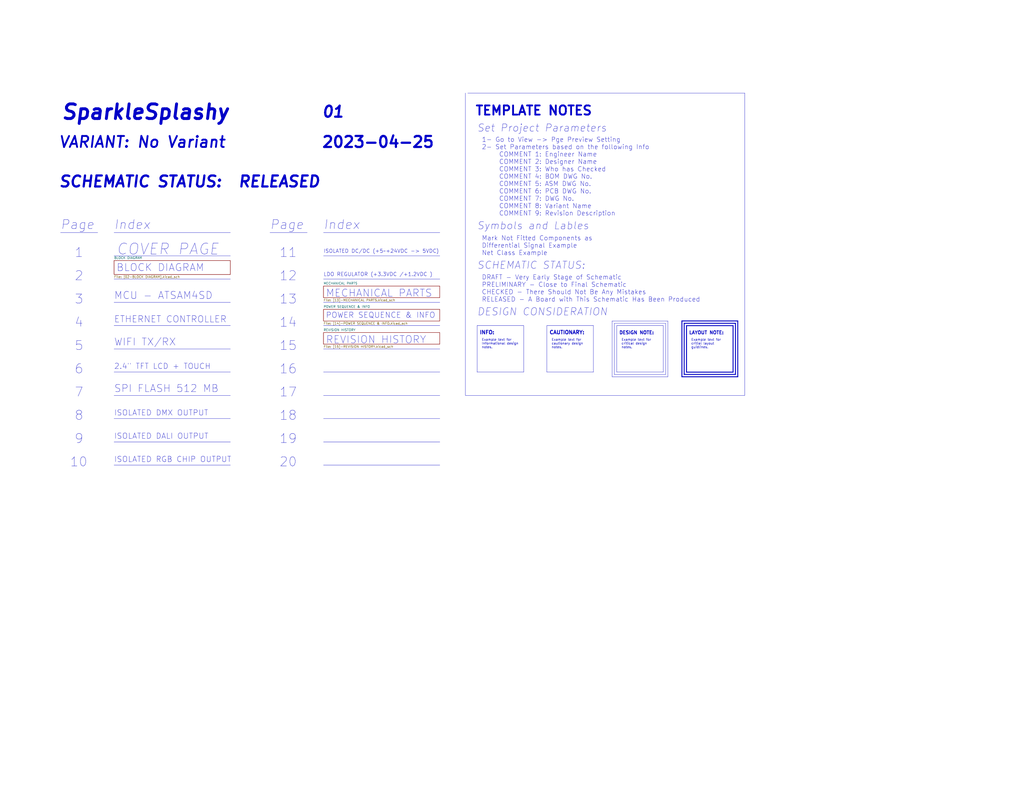
<source format=kicad_sch>
(kicad_sch (version 20230121) (generator eeschema)
  (paper "C")
  (title_block (title "SparkleSplashy") (date "2023-04-25") (rev "01") (company "Siavash Taher Parvar") (comment 1 "Siavash Taher Parvar") (comment 2 "Siavash Taher Parvar") (comment 3 "Siavash Taher Parvar") (comment 4 "_BOM_SpSp_V1.xlsx") (comment 5 "_ASM_SpSp_V1.html") (comment 6 "_GERBER_JLCPCB042023.zip") (comment 8 "No Variant") (comment 9 "N/A"))
  (lib_symbols)
  (polyline (pts (xy 335.28 176.53) (xy 363.22 176.53)))
  (polyline (pts (xy 254 50.8) (xy 254 215.9)))
  (polyline (pts (xy 62.23 177.8) (xy 125.73 177.8)))
  (polyline (pts (xy 176.53 127) (xy 240.03 127)))
  (polyline (pts (xy 400.05 177.8) (xy 400.05 203.2)) (stroke (width 0.5)))
  (polyline (pts (xy 62.23 139.7) (xy 125.73 139.7)))
  (polyline (pts (xy 364.49 175.26) (xy 364.49 205.74)))
  (polyline (pts (xy 260.35 177.8) (xy 260.35 203.2)))
  (polyline (pts (xy 336.55 177.8) (xy 361.95 177.8)))
  (polyline (pts (xy 176.53 254) (xy 240.03 254)))
  (polyline (pts (xy 285.75 177.8) (xy 285.75 203.2)))
  (polyline (pts (xy 176.53 139.7) (xy 240.03 139.7)))
  (polyline (pts (xy 336.55 177.8) (xy 336.55 203.2)))
  (polyline (pts (xy 176.53 228.6) (xy 240.03 228.6)))
  (polyline (pts (xy 372.11 175.26) (xy 402.59 175.26)) (stroke (width 0.5)))
  (polyline (pts (xy 176.53 165.1) (xy 240.03 165.1)))
  (polyline (pts (xy 372.11 205.74) (xy 402.59 205.74)) (stroke (width 0.5)))
  (polyline (pts (xy 373.38 176.53) (xy 401.32 176.53)) (stroke (width 0.5)))
  (polyline (pts (xy 285.75 203.2) (xy 260.35 203.2)))
  (polyline (pts (xy 401.32 176.53) (xy 401.32 204.47)) (stroke (width 0.5)))
  (polyline (pts (xy 361.95 203.2) (xy 336.55 203.2)))
  (polyline (pts (xy 62.23 165.1) (xy 125.73 165.1)))
  (polyline (pts (xy 363.22 176.53) (xy 363.22 204.47)))
  (polyline (pts (xy 62.23 190.5) (xy 125.73 190.5)))
  (polyline (pts (xy 260.35 177.8) (xy 285.75 177.8)))
  (polyline (pts (xy 176.53 152.4) (xy 240.03 152.4)))
  (polyline (pts (xy 298.45 177.8) (xy 298.45 203.2)))
  (polyline (pts (xy 323.85 203.2) (xy 298.45 203.2)))
  (polyline (pts (xy 400.05 203.2) (xy 374.65 203.2)) (stroke (width 0.5)))
  (polyline (pts (xy 335.28 176.53) (xy 335.28 204.47)))
  (polyline (pts (xy 33.02 127) (xy 53.34 127)))
  (polyline (pts (xy 372.11 175.26) (xy 372.11 205.74)) (stroke (width 0.5)))
  (polyline (pts (xy 62.23 241.3) (xy 125.73 241.3)))
  (polyline (pts (xy 176.53 241.3) (xy 240.03 241.3)))
  (polyline (pts (xy 406.4 50.8) (xy 406.4 215.9)))
  (polyline (pts (xy 374.65 177.8) (xy 374.65 203.2)) (stroke (width 0.5)))
  (polyline (pts (xy 62.23 152.4) (xy 125.73 152.4)))
  (polyline (pts (xy 334.01 205.74) (xy 364.49 205.74)))
  (polyline (pts (xy 298.45 177.8) (xy 323.85 177.8)))
  (polyline (pts (xy 176.53 177.8) (xy 240.03 177.8)))
  (polyline (pts (xy 401.32 204.47) (xy 373.38 204.47)) (stroke (width 0.5)))
  (polyline (pts (xy 361.95 177.8) (xy 361.95 203.2)))
  (polyline (pts (xy 373.38 176.53) (xy 373.38 204.47)) (stroke (width 0.5)))
  (polyline (pts (xy 406.4 215.9) (xy 254 215.9)))
  (polyline (pts (xy 147.32 127) (xy 167.64 127)))
  (polyline (pts (xy 176.53 215.9) (xy 240.03 215.9)))
  (polyline (pts (xy 62.23 215.9) (xy 125.73 215.9)))
  (polyline (pts (xy 176.53 190.5) (xy 240.03 190.5)))
  (polyline (pts (xy 62.23 203.2) (xy 125.73 203.2)))
  (polyline (pts (xy 62.23 254) (xy 125.73 254)))
  (polyline (pts (xy 62.23 127) (xy 125.73 127)))
  (polyline (pts (xy 176.53 203.2) (xy 240.03 203.2)))
  (polyline (pts (xy 323.85 177.8) (xy 323.85 203.2)))
  (polyline (pts (xy 334.01 175.26) (xy 364.49 175.26)))
  (polyline (pts (xy 334.01 175.26) (xy 334.01 205.74)))
  (polyline (pts (xy 255.27 50.8) (xy 406.4 50.8)))
  (polyline (pts (xy 62.23 228.6) (xy 125.73 228.6)))
  (polyline (pts (xy 363.22 204.47) (xy 335.28 204.47)))
  (polyline (pts (xy 374.65 177.8) (xy 400.05 177.8)) (stroke (width 0.5)))
  (polyline (pts (xy 402.59 175.26) (xy 402.59 205.74)) (stroke (width 0.5)))
  (text "8" (at 40.64 229.87 0) (effects (font (size 5 5)) (justify left bottom)))
  (text "DRAFT - Very Early Stage of Schematic\nPRELIMINARY - Close to Final Schematic\nCHECKED - There Should Not Be Any Mistakes\nRELEASED - A Board with This Schematic Has Been Produced" (at 262.89 165.1 0) (effects (font (size 2.5 2.5)) (justify left bottom)))
  (text "Index" (at 176.53 125.73 0) (effects (font (size 5 5) italic) (justify left bottom)))
  (text "2\n" (at 40.64 153.67 0) (effects (font (size 5 5)) (justify left bottom)))
  (text "VARIANT: ${COMMENT8}" (at 31.75 81.28 0) (effects (font (size 6 6) (thickness 1) bold italic) (justify left bottom)))
  (text "16" (at 152.4 204.47 0) (effects (font (size 5 5)) (justify left bottom)))
  (text "INFO:" (at 261.62 182.88 0) (effects (font (size 2 2) (thickness 0.4) bold) (justify left bottom)))
  (text "4" (at 40.64 179.07 0) (effects (font (size 5 5)) (justify left bottom)))
  (text "WIFI TX/RX" (at 62.23 189.23 0) (effects (font (size 4 4)) (justify left bottom)))
  (text "${ISSUE_DATE}" (at 175.26 81.28 0) (effects (font (size 6 6) bold) (justify left bottom)))
  (text "19" (at 152.4 242.57 0) (effects (font (size 5 5)) (justify left bottom)))
  (text "ISOLATED DC/DC (+5~+24VDC -> 5VDC)" (at 176.53 138.43 0) (effects (font (size 2 2)) (justify left bottom)))
  (text "5" (at 40.64 191.77 0) (effects (font (size 5 5)) (justify left bottom)))
  (text "COVER PAGE" (at 63.5 139.7 0) (effects (font (size 6 6) italic) (justify left bottom)))
  (text "SCHEMATIC STATUS:" (at 260.35 147.32 0) (effects (font (size 4 4) italic) (justify left bottom)))
  (text "10" (at 38.1 255.27 0) (effects (font (size 5 5)) (justify left bottom)))
  (text "7" (at 40.64 217.17 0) (effects (font (size 5 5)) (justify left bottom)))
  (text "11" (at 152.4 140.97 0) (effects (font (size 5 5)) (justify left bottom)))
  (text "2.4\" TFT LCD + TOUCH" (at 62.23 201.93 0) (effects (font (size 3 3)) (justify left bottom)))
  (text "MECHANICAL PARTS" (at 177.8 162.56 0) (effects (font (size 4 4)) (justify left bottom)))
  (text "Symbols and Lables" (at 260.35 125.73 0) (effects (font (size 4 4) italic) (justify left bottom)))
  (text "POWER SEQUENCE & INFO" (at 177.8 173.99 0) (effects (font (size 3 3)) (justify left bottom)))
  (text "DESIGN NOTE:" (at 337.82 182.88 0) (effects (font (size 1.8 1.8) bold) (justify left bottom)))
  (text "13" (at 152.4 166.37 0) (effects (font (size 5 5)) (justify left bottom)))
  (text "Set Project Parameters" (at 260.35 72.39 0) (effects (font (size 4 4) italic) (justify left bottom)))
  (text "3" (at 40.64 166.37 0) (effects (font (size 5 5)) (justify left bottom)))
  (text "1- Go to View -> Pge Preview Setting\n2- Set Parameters based on the following Info\n	COMMENT 1: Engineer Name\n	COMMENT 2: Designer Name\n	COMMENT 3: Who has Checked\n	COMMENT 4: BOM DWG No.\n	COMMENT 5: ASM DWG No.\n	COMMENT 6: PCB DWG No.\n	COMMENT 7: DWG No.\n	COMMENT 8: Variant Name\n	COMMENT 9: Revision Description " (at 262.89 118.11 0) (effects (font (size 2.5 2.5)) (justify left bottom)))
  (text "Page" (at 33.02 125.73 0) (effects (font (size 5 5) italic) (justify left bottom)))
  (text "${REVISION}" (at 175.26 64.77 0) (effects (font (size 6 6) bold italic) (justify left bottom)))
  (text "MCU - ATSAM4SD" (at 62.23 163.83 0) (effects (font (size 4 4)) (justify left bottom)))
  (text "ISOLATED DMX OUTPUT" (at 62.23 227.33 0) (effects (font (size 3 3)) (justify left bottom)))
  (text "20" (at 152.4 255.27 0) (effects (font (size 5 5)) (justify left bottom)))
  (text "Example text for\nInformational design\nnotes." (at 262.89 190.5 0) (effects (font (size 1.27 1.27)) (justify left bottom)))
  (text "${TITLE}" (at 33.02 66.04 0) (effects (font (size 8 8) (thickness 1.6) bold italic) (justify left bottom)))
  (text "LDO REGULATOR (+3.3VDC /+1.2VDC )" (at 176.53 151.13 0) (effects (font (size 2 2)) (justify left bottom)))
  (text "17" (at 152.4 217.17 0) (effects (font (size 5 5)) (justify left bottom)))
  (text "BLOCK DIAGRAM" (at 63.5 148.59 0) (effects (font (size 4 4)) (justify left bottom)))
  (text "REVISION HISTORY" (at 177.8 187.96 0) (effects (font (size 4 4)) (justify left bottom)))
  (text "ISOLATED RGB CHIP OUTPUT" (at 62.23 252.73 0) (effects (font (size 3 3)) (justify left bottom)))
  (text "14" (at 152.4 179.07 0) (effects (font (size 5 5)) (justify left bottom)))
  (text "SPI FLASH 512 MB" (at 62.23 214.63 0) (effects (font (size 4 4)) (justify left bottom)))
  (text "6" (at 40.64 204.47 0) (effects (font (size 5 5)) (justify left bottom)))
  (text "Example text for\ncritical design \nnotes." (at 339.09 190.5 0) (effects (font (size 1.27 1.27)) (justify left bottom)))
  (text "Example text for\ncritial layout\nguidlines." (at 377.19 190.5 0) (effects (font (size 1.27 1.27)) (justify left bottom)))
  (text "12" (at 152.4 153.67 0) (effects (font (size 5 5)) (justify left bottom)))
  (text "ETHERNET CONTROLLER" (at 62.23 176.53 0) (effects (font (size 3.5 3.5)) (justify left bottom)))
  (text "SCHEMATIC STATUS: " (at 31.75 102.87 0) (effects (font (size 6 6) (thickness 1.2) bold italic) (justify left bottom)))
  (text "LAYOUT NOTE:" (at 375.92 182.88 0) (effects (font (size 1.8 1.8) bold) (justify left bottom)))
  (text "1" (at 40.64 140.97 0) (effects (font (size 5 5)) (justify left bottom)))
  (text "CAUTIONARY:" (at 299.72 182.88 0) (effects (font (size 2 2) bold) (justify left bottom)))
  (text "15" (at 152.4 191.77 0) (effects (font (size 5 5)) (justify left bottom)))
  (text "ISOLATED DALI OUTPUT" (at 62.23 240.03 0) (effects (font (size 3 3)) (justify left bottom)))
  (text "Example text for\ncautionary design\nnotes." (at 300.99 190.5 0) (effects (font (size 1.27 1.27)) (justify left bottom)))
  (text "Mark Not Fitted Components as\nDifferential Signal Example\nNet Class Example" (at 262.89 139.7 0) (effects (font (size 2.5 2.5)) (justify left bottom)))
  (text "Page" (at 147.32 125.73 0) (effects (font (size 5 5) italic) (justify left bottom)))
  (text "Index" (at 62.23 125.73 0) (effects (font (size 5 5) italic) (justify left bottom)))
  (text "9" (at 40.64 242.57 0) (effects (font (size 5 5)) (justify left bottom)))
  (text "DESIGN CONSIDERATION" (at 260.35 172.72 0) (effects (font (size 4 4) italic) (justify left bottom)))
  (text "RELEASED" (at 129.54 102.87 0) (effects (font (size 6 6) (thickness 1.2) bold italic) (justify left bottom)))
  (text "TEMPLATE NOTES" (at 259.08 63.5 0) (effects (font (size 5 5) bold) (justify left bottom)))
  (text "18" (at 152.4 229.87 0) (effects (font (size 5 5)) (justify left bottom)))
  (sheet (at 62.23 142.24) (size 63.5 7.62) (stroke (width 0.1524))
    (property "Sheetname" "BLOCK DIAGRAM" (at 62.23 141.5284 0) (effects (justify left bottom)))
    (property "Sheetfile" "[02-BLOCK DIAGRAM].kicad_sch" (at 62.23 150.4446 0) (effects (justify left top)))
  )
  (sheet (at 176.53 156.21) (size 63.5 6.35) (stroke (width 0.1524))
    (property "Sheetname" "MECHANICAL PARTS" (at 176.53 155.4984 0) (effects (justify left bottom)))
    (property "Sheetfile" "[13]-MECHANICAL PARTS.kicad_sch" (at 176.53 163.1446 0) (effects (justify left top)))
  )
  (sheet (at 176.53 181.61) (size 63.5 6.35) (stroke (width 0.1524))
    (property "Sheetname" "REVISION HISTORY" (at 176.53 180.8984 0) (effects (justify left bottom)))
    (property "Sheetfile" "[15]-REVISION HISTORY.kicad_sch" (at 176.53 188.5446 0) (effects (justify left top)))
  )
  (sheet (at 176.53 168.91) (size 63.5 6.35) (stroke (width 0.1524))
    (property "Sheetname" "POWER SEQUENCE & INFO" (at 176.53 168.1984 0) (effects (justify left bottom)))
    (property "Sheetfile" "[14]-POWER SEQUENCE & INFO.kicad_sch" (at 176.53 175.8446 0) (effects (justify left top)))
  )
)
</source>
